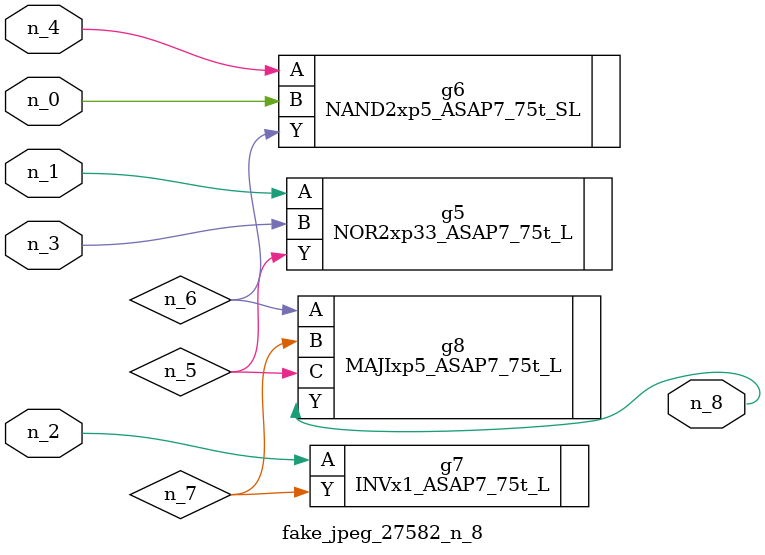
<source format=v>
module fake_jpeg_27582_n_8 (n_3, n_2, n_1, n_0, n_4, n_8);

input n_3;
input n_2;
input n_1;
input n_0;
input n_4;

output n_8;

wire n_6;
wire n_5;
wire n_7;

NOR2xp33_ASAP7_75t_L g5 ( 
.A(n_1),
.B(n_3),
.Y(n_5)
);

NAND2xp5_ASAP7_75t_SL g6 ( 
.A(n_4),
.B(n_0),
.Y(n_6)
);

INVx1_ASAP7_75t_L g7 ( 
.A(n_2),
.Y(n_7)
);

MAJIxp5_ASAP7_75t_L g8 ( 
.A(n_6),
.B(n_7),
.C(n_5),
.Y(n_8)
);


endmodule
</source>
